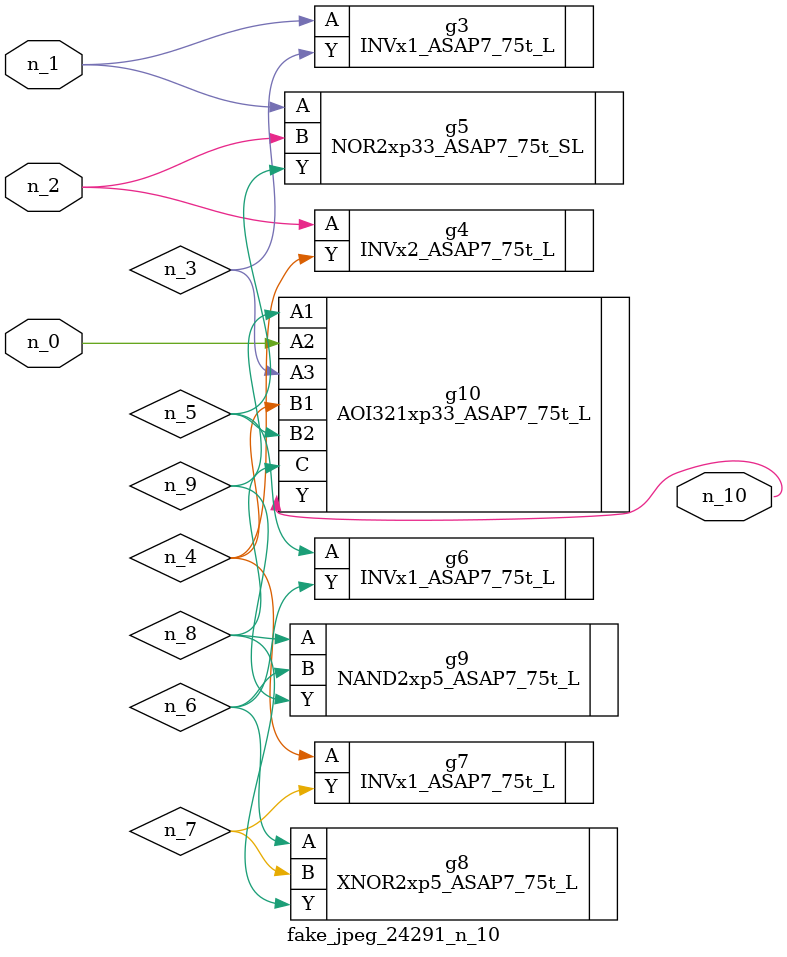
<source format=v>
module fake_jpeg_24291_n_10 (n_0, n_2, n_1, n_10);

input n_0;
input n_2;
input n_1;

output n_10;

wire n_3;
wire n_4;
wire n_8;
wire n_9;
wire n_6;
wire n_5;
wire n_7;

INVx1_ASAP7_75t_L g3 ( 
.A(n_1),
.Y(n_3)
);

INVx2_ASAP7_75t_L g4 ( 
.A(n_2),
.Y(n_4)
);

NOR2xp33_ASAP7_75t_SL g5 ( 
.A(n_1),
.B(n_2),
.Y(n_5)
);

INVx1_ASAP7_75t_L g6 ( 
.A(n_5),
.Y(n_6)
);

XNOR2xp5_ASAP7_75t_L g8 ( 
.A(n_6),
.B(n_7),
.Y(n_8)
);

INVx1_ASAP7_75t_L g7 ( 
.A(n_4),
.Y(n_7)
);

NAND2xp5_ASAP7_75t_L g9 ( 
.A(n_8),
.B(n_6),
.Y(n_9)
);

AOI321xp33_ASAP7_75t_L g10 ( 
.A1(n_9),
.A2(n_0),
.A3(n_3),
.B1(n_4),
.B2(n_5),
.C(n_8),
.Y(n_10)
);


endmodule
</source>
